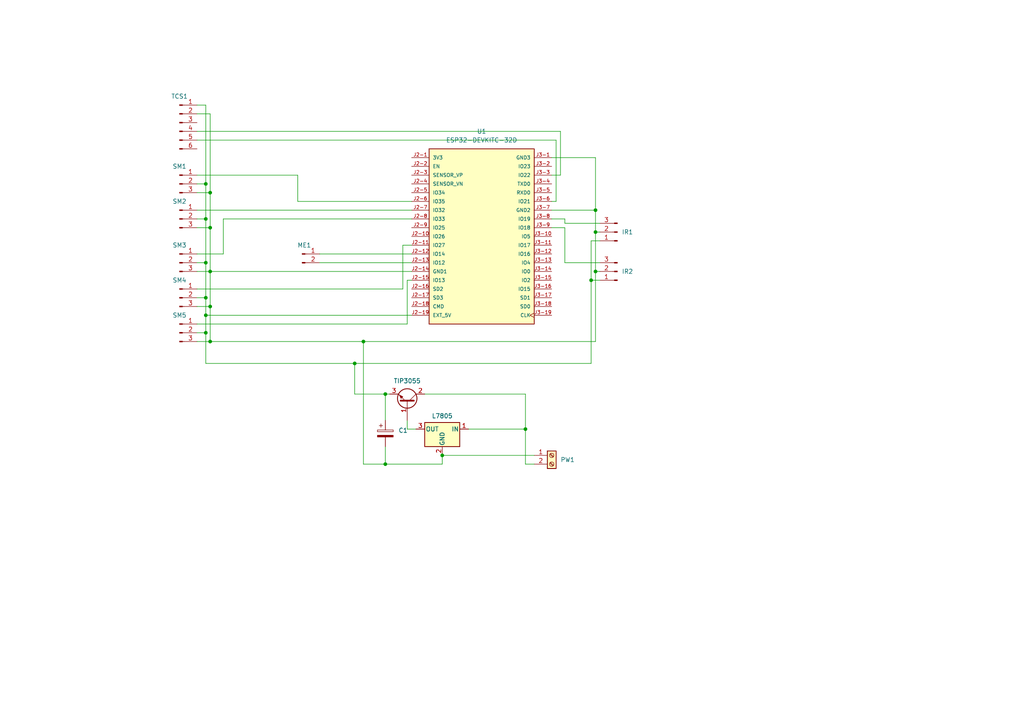
<source format=kicad_sch>
(kicad_sch (version 20230121) (generator eeschema)
  (paper "A4")
  (lib_symbols
    (symbol "Connector:Conn_01x02_Pin" (pin_names (offset 1.016) hide)
      (property "Reference" "J" (at 0 2.54 0))
      (property "Value" "Conn_01x02_Pin" (at 0 -5.08 0))
      (symbol "Conn_01x02_Pin_1_1"
        (polyline (pts (xy 1.27 -2.54) (xy 0.8636 -2.54)) (stroke (width 0.1524)))
        (polyline (pts (xy 1.27 0) (xy 0.8636 0)) (stroke (width 0.1524)))
        (rectangle (start 0.8636 -2.413) (end 0 -2.667) (stroke (width 0.1524)) (fill (type outline)))
        (rectangle (start 0.8636 0.127) (end 0 -0.127) (stroke (width 0.1524)) (fill (type outline)))
        (pin passive line (at 5.08 0 180) (length 3.81) (name "Pin_1") (number "1"))
        (pin passive line (at 5.08 -2.54 180) (length 3.81) (name "Pin_2") (number "2"))
      )
    )
    (symbol "Connector:Conn_01x03_Pin" (pin_names (offset 1.016) hide)
      (property "Reference" "J" (at 0 5.08 0))
      (property "Value" "Conn_01x03_Pin" (at 0 -5.08 0))
      (symbol "Conn_01x03_Pin_1_1"
        (polyline (pts (xy 1.27 -2.54) (xy 0.8636 -2.54)) (stroke (width 0.1524)))
        (polyline (pts (xy 1.27 0) (xy 0.8636 0)) (stroke (width 0.1524)))
        (polyline (pts (xy 1.27 2.54) (xy 0.8636 2.54)) (stroke (width 0.1524)))
        (rectangle (start 0.8636 -2.413) (end 0 -2.667) (stroke (width 0.1524)) (fill (type outline)))
        (rectangle (start 0.8636 0.127) (end 0 -0.127) (stroke (width 0.1524)) (fill (type outline)))
        (rectangle (start 0.8636 2.667) (end 0 2.413) (stroke (width 0.1524)) (fill (type outline)))
        (pin passive line (at 5.08 2.54 180) (length 3.81) (name "Pin_1") (number "1"))
        (pin passive line (at 5.08 0 180) (length 3.81) (name "Pin_2") (number "2"))
        (pin passive line (at 5.08 -2.54 180) (length 3.81) (name "Pin_3") (number "3"))
      )
    )
    (symbol "Connector:Conn_01x06_Pin" (pin_names (offset 1.016) hide)
      (property "Reference" "J" (at 0 7.62 0))
      (property "Value" "Conn_01x06_Pin" (at 0 -10.16 0))
      (symbol "Conn_01x06_Pin_1_1"
        (polyline (pts (xy 1.27 -7.62) (xy 0.8636 -7.62)) (stroke (width 0.1524)))
        (polyline (pts (xy 1.27 -5.08) (xy 0.8636 -5.08)) (stroke (width 0.1524)))
        (polyline (pts (xy 1.27 -2.54) (xy 0.8636 -2.54)) (stroke (width 0.1524)))
        (polyline (pts (xy 1.27 0) (xy 0.8636 0)) (stroke (width 0.1524)))
        (polyline (pts (xy 1.27 2.54) (xy 0.8636 2.54)) (stroke (width 0.1524)))
        (polyline (pts (xy 1.27 5.08) (xy 0.8636 5.08)) (stroke (width 0.1524)))
        (rectangle (start 0.8636 -7.493) (end 0 -7.747) (stroke (width 0.1524)) (fill (type outline)))
        (rectangle (start 0.8636 -4.953) (end 0 -5.207) (stroke (width 0.1524)) (fill (type outline)))
        (rectangle (start 0.8636 -2.413) (end 0 -2.667) (stroke (width 0.1524)) (fill (type outline)))
        (rectangle (start 0.8636 0.127) (end 0 -0.127) (stroke (width 0.1524)) (fill (type outline)))
        (rectangle (start 0.8636 2.667) (end 0 2.413) (stroke (width 0.1524)) (fill (type outline)))
        (rectangle (start 0.8636 5.207) (end 0 4.953) (stroke (width 0.1524)) (fill (type outline)))
        (pin passive line (at 5.08 5.08 180) (length 3.81) (name "Pin_1") (number "1"))
        (pin passive line (at 5.08 2.54 180) (length 3.81) (name "Pin_2") (number "2"))
        (pin passive line (at 5.08 0 180) (length 3.81) (name "Pin_3") (number "3"))
        (pin passive line (at 5.08 -2.54 180) (length 3.81) (name "Pin_4") (number "4"))
        (pin passive line (at 5.08 -5.08 180) (length 3.81) (name "Pin_5") (number "5"))
        (pin passive line (at 5.08 -7.62 180) (length 3.81) (name "Pin_6") (number "6"))
      )
    )
    (symbol "Connector:Screw_Terminal_01x02" (pin_names (offset 1.016) hide)
      (property "Reference" "J" (at 0 2.54 0))
      (property "Value" "Screw_Terminal_01x02" (at 0 -5.08 0))
      (symbol "Screw_Terminal_01x02_1_1"
        (rectangle (start -1.27 1.27) (end 1.27 -3.81) (stroke (width 0.254)) (fill (type background)))
        (circle (center 0 -2.54) (radius 0.635) (stroke (width 0.1524)))
        (polyline (pts (xy -0.5334 -2.2098) (xy 0.3302 -3.048)) (stroke (width 0.1524)))
        (polyline (pts (xy -0.5334 0.3302) (xy 0.3302 -0.508)) (stroke (width 0.1524)))
        (polyline (pts (xy -0.3556 -2.032) (xy 0.508 -2.8702)) (stroke (width 0.1524)))
        (polyline (pts (xy -0.3556 0.508) (xy 0.508 -0.3302)) (stroke (width 0.1524)))
        (circle (center 0 0) (radius 0.635) (stroke (width 0.1524)))
        (pin passive line (at -5.08 0 0) (length 3.81) (name "Pin_1") (number "1"))
        (pin passive line (at -5.08 -2.54 0) (length 3.81) (name "Pin_2") (number "2"))
      )
    )
    (symbol "Device:C_Polarized" (pin_numbers hide) (pin_names (offset 0.254))
      (property "Reference" "C" (at 0.635 2.54 0))
      (property "Value" "C_Polarized" (at 0.635 -2.54 0))
      (symbol "C_Polarized_0_1"
        (rectangle (start -2.286 0.508) (end 2.286 1.016))
        (polyline (pts (xy -1.778 2.286) (xy -0.762 2.286)))
        (polyline (pts (xy -1.27 2.794) (xy -1.27 1.778)))
        (rectangle (start 2.286 -0.508) (end -2.286 -1.016) (fill (type outline)))
      )
      (symbol "C_Polarized_1_1"
        (pin passive line (at 0 3.81 270) (length 2.794) (name "~") (number "1"))
        (pin passive line (at 0 -3.81 90) (length 2.794) (name "~") (number "2"))
      )
    )
    (symbol "ESP32-DEVKITC-32D:ESP32-DEVKITC-32D" (pin_names (offset 1.016))
      (property "Reference" "U" (at -15.2572 26.0643 0))
      (property "Value" "ESP32-DEVKITC-32D" (at -15.2563 -27.9698 0))
      (symbol "ESP32-DEVKITC-32D_0_0"
        (rectangle (start -15.24 -25.4) (end 15.24 25.4) (stroke (width 0.254)) (fill (type background)))
        (pin power_in line (at -20.32 22.86 0) (length 5.08) (name "3V3") (number "J2-1"))
        (pin bidirectional line (at -20.32 0 0) (length 5.08) (name "IO26") (number "J2-10"))
        (pin bidirectional line (at -20.32 -2.54 0) (length 5.08) (name "IO27") (number "J2-11"))
        (pin bidirectional line (at -20.32 -5.08 0) (length 5.08) (name "IO14") (number "J2-12"))
        (pin bidirectional line (at -20.32 -7.62 0) (length 5.08) (name "IO12") (number "J2-13"))
        (pin power_in line (at -20.32 -10.16 0) (length 5.08) (name "GND1") (number "J2-14"))
        (pin bidirectional line (at -20.32 -12.7 0) (length 5.08) (name "IO13") (number "J2-15"))
        (pin bidirectional line (at -20.32 -15.24 0) (length 5.08) (name "SD2") (number "J2-16"))
        (pin bidirectional line (at -20.32 -17.78 0) (length 5.08) (name "SD3") (number "J2-17"))
        (pin bidirectional line (at -20.32 -20.32 0) (length 5.08) (name "CMD") (number "J2-18"))
        (pin power_in line (at -20.32 -22.86 0) (length 5.08) (name "EXT_5V") (number "J2-19"))
        (pin input line (at -20.32 20.32 0) (length 5.08) (name "EN") (number "J2-2"))
        (pin input line (at -20.32 17.78 0) (length 5.08) (name "SENSOR_VP") (number "J2-3"))
        (pin input line (at -20.32 15.24 0) (length 5.08) (name "SENSOR_VN") (number "J2-4"))
        (pin bidirectional line (at -20.32 12.7 0) (length 5.08) (name "IO34") (number "J2-5"))
        (pin bidirectional line (at -20.32 10.16 0) (length 5.08) (name "IO35") (number "J2-6"))
        (pin bidirectional line (at -20.32 7.62 0) (length 5.08) (name "IO32") (number "J2-7"))
        (pin bidirectional line (at -20.32 5.08 0) (length 5.08) (name "IO33") (number "J2-8"))
        (pin bidirectional line (at -20.32 2.54 0) (length 5.08) (name "IO25") (number "J2-9"))
        (pin power_in line (at 20.32 22.86 180) (length 5.08) (name "GND3") (number "J3-1"))
        (pin bidirectional line (at 20.32 0 180) (length 5.08) (name "IO5") (number "J3-10"))
        (pin bidirectional line (at 20.32 -2.54 180) (length 5.08) (name "IO17") (number "J3-11"))
        (pin bidirectional line (at 20.32 -5.08 180) (length 5.08) (name "IO16") (number "J3-12"))
        (pin bidirectional line (at 20.32 -7.62 180) (length 5.08) (name "IO4") (number "J3-13"))
        (pin bidirectional line (at 20.32 -10.16 180) (length 5.08) (name "IO0") (number "J3-14"))
        (pin bidirectional line (at 20.32 -12.7 180) (length 5.08) (name "IO2") (number "J3-15"))
        (pin bidirectional line (at 20.32 -15.24 180) (length 5.08) (name "IO15") (number "J3-16"))
        (pin bidirectional line (at 20.32 -17.78 180) (length 5.08) (name "SD1") (number "J3-17"))
        (pin bidirectional line (at 20.32 -20.32 180) (length 5.08) (name "SD0") (number "J3-18"))
        (pin input clock (at 20.32 -22.86 180) (length 5.08) (name "CLK") (number "J3-19"))
        (pin bidirectional line (at 20.32 20.32 180) (length 5.08) (name "IO23") (number "J3-2"))
        (pin bidirectional line (at 20.32 17.78 180) (length 5.08) (name "IO22") (number "J3-3"))
        (pin output line (at 20.32 15.24 180) (length 5.08) (name "TXD0") (number "J3-4"))
        (pin input line (at 20.32 12.7 180) (length 5.08) (name "RXD0") (number "J3-5"))
        (pin bidirectional line (at 20.32 10.16 180) (length 5.08) (name "IO21") (number "J3-6"))
        (pin power_in line (at 20.32 7.62 180) (length 5.08) (name "GND2") (number "J3-7"))
        (pin bidirectional line (at 20.32 5.08 180) (length 5.08) (name "IO19") (number "J3-8"))
        (pin bidirectional line (at 20.32 2.54 180) (length 5.08) (name "IO18") (number "J3-9"))
      )
    )
    (symbol "Regulator_Linear:L7805" (pin_names (offset 0.254))
      (property "Reference" "U" (at -3.81 3.175 0))
      (property "Value" "L7805" (at 0 3.175 0))
      (symbol "L7805_0_1"
        (rectangle (start -5.08 1.905) (end 5.08 -5.08) (stroke (width 0.254)) (fill (type background)))
      )
      (symbol "L7805_1_1"
        (pin power_in line (at -7.62 0 0) (length 2.54) (name "IN") (number "1"))
        (pin power_in line (at 0 -7.62 90) (length 2.54) (name "GND") (number "2"))
        (pin power_out line (at 7.62 0 180) (length 2.54) (name "OUT") (number "3"))
      )
    )
    (symbol "Transistor_BJT:TIP3055G" (pin_names (offset 0) hide)
      (property "Reference" "Q" (at 5.08 1.905 0))
      (property "Value" "TIP3055G" (at 5.08 0 0))
      (symbol "TIP3055G_0_1"
        (polyline (pts (xy 0.635 0.635) (xy 2.54 2.54)))
        (polyline (pts (xy 0.635 -0.635) (xy 2.54 -2.54) (xy 2.54 -2.54)))
        (polyline (pts (xy 0.635 1.905) (xy 0.635 -1.905) (xy 0.635 -1.905)) (stroke (width 0.508)))
        (polyline (pts (xy 1.27 -1.778) (xy 1.778 -1.27) (xy 2.286 -2.286) (xy 1.27 -1.778) (xy 1.27 -1.778)) (fill (type outline)))
        (circle (center 1.27 0) (radius 2.8194) (stroke (width 0.254)))
      )
      (symbol "TIP3055G_1_1"
        (pin input line (at -5.08 0 0) (length 5.715) (name "B") (number "1"))
        (pin passive line (at 2.54 5.08 270) (length 2.54) (name "C") (number "2"))
        (pin passive line (at 2.54 -5.08 90) (length 2.54) (name "E") (number "3"))
      )
    )
  )
  (junction (at 60.96 66.04))
  (junction (at 59.69 53.34))
  (junction (at 105.41 99.06))
  (junction (at 59.69 96.52))
  (junction (at 111.76 134.62))
  (junction (at 152.4 124.46))
  (junction (at 60.96 99.06))
  (junction (at 172.72 67.31))
  (junction (at 59.69 63.5))
  (junction (at 60.96 88.9))
  (junction (at 172.72 60.96))
  (junction (at 59.69 91.44))
  (junction (at 60.96 78.74))
  (junction (at 102.87 105.41))
  (junction (at 128.27 132.08))
  (junction (at 59.69 76.2))
  (junction (at 172.72 78.74))
  (junction (at 111.76 114.3))
  (junction (at 59.69 86.36))
  (junction (at 60.96 55.88))
  (junction (at 171.45 81.28))
  (wire (pts (xy 102.87 114.3) (xy 102.87 105.41)))
  (wire (pts (xy 160.02 60.96) (xy 172.72 60.96)))
  (wire (pts (xy 57.15 40.64) (xy 161.29 40.64)))
  (wire (pts (xy 59.69 105.41) (xy 102.87 105.41)))
  (wire (pts (xy 123.19 114.3) (xy 152.4 114.3)))
  (wire (pts (xy 116.84 83.82) (xy 116.84 71.12)))
  (wire (pts (xy 60.96 33.02) (xy 60.96 55.88)))
  (wire (pts (xy 57.15 33.02) (xy 60.96 33.02)))
  (wire (pts (xy 171.45 69.85) (xy 173.99 69.85)))
  (wire (pts (xy 152.4 124.46) (xy 152.4 134.62)))
  (wire (pts (xy 128.27 132.08) (xy 154.94 132.08)))
  (wire (pts (xy 111.76 134.62) (xy 128.27 134.62)))
  (wire (pts (xy 60.96 66.04) (xy 60.96 78.74)))
  (wire (pts (xy 172.72 78.74) (xy 172.72 67.31)))
  (wire (pts (xy 64.77 73.66) (xy 57.15 73.66)))
  (wire (pts (xy 57.15 88.9) (xy 60.96 88.9)))
  (wire (pts (xy 59.69 63.5) (xy 59.69 76.2)))
  (wire (pts (xy 119.38 78.74) (xy 60.96 78.74)))
  (wire (pts (xy 57.15 53.34) (xy 59.69 53.34)))
  (wire (pts (xy 116.84 71.12) (xy 119.38 71.12)))
  (wire (pts (xy 172.72 60.96) (xy 172.72 45.72)))
  (wire (pts (xy 57.15 78.74) (xy 60.96 78.74)))
  (wire (pts (xy 59.69 53.34) (xy 59.69 63.5)))
  (wire (pts (xy 172.72 45.72) (xy 160.02 45.72)))
  (wire (pts (xy 172.72 99.06) (xy 172.72 78.74)))
  (wire (pts (xy 105.41 134.62) (xy 105.41 99.06)))
  (wire (pts (xy 160.02 50.8) (xy 162.56 50.8)))
  (wire (pts (xy 60.96 55.88) (xy 57.15 55.88)))
  (wire (pts (xy 92.71 76.2) (xy 119.38 76.2)))
  (wire (pts (xy 60.96 99.06) (xy 105.41 99.06)))
  (wire (pts (xy 57.15 93.98) (xy 118.11 93.98)))
  (wire (pts (xy 119.38 63.5) (xy 64.77 63.5)))
  (wire (pts (xy 59.69 96.52) (xy 57.15 96.52)))
  (wire (pts (xy 64.77 63.5) (xy 64.77 73.66)))
  (wire (pts (xy 92.71 73.66) (xy 119.38 73.66)))
  (wire (pts (xy 128.27 132.08) (xy 128.27 134.62)))
  (wire (pts (xy 111.76 114.3) (xy 111.76 121.92)))
  (wire (pts (xy 59.69 63.5) (xy 57.15 63.5)))
  (wire (pts (xy 161.29 40.64) (xy 161.29 58.42)))
  (wire (pts (xy 60.96 88.9) (xy 60.96 78.74)))
  (wire (pts (xy 171.45 81.28) (xy 173.99 81.28)))
  (wire (pts (xy 152.4 114.3) (xy 152.4 124.46)))
  (wire (pts (xy 57.15 30.48) (xy 59.69 30.48)))
  (wire (pts (xy 173.99 64.77) (xy 163.83 64.77)))
  (wire (pts (xy 163.83 66.04) (xy 163.83 76.2)))
  (wire (pts (xy 171.45 81.28) (xy 171.45 69.85)))
  (wire (pts (xy 57.15 86.36) (xy 59.69 86.36)))
  (wire (pts (xy 111.76 114.3) (xy 113.03 114.3)))
  (wire (pts (xy 135.89 124.46) (xy 152.4 124.46)))
  (wire (pts (xy 57.15 66.04) (xy 60.96 66.04)))
  (wire (pts (xy 59.69 86.36) (xy 59.69 91.44)))
  (wire (pts (xy 160.02 66.04) (xy 163.83 66.04)))
  (wire (pts (xy 57.15 60.96) (xy 119.38 60.96)))
  (wire (pts (xy 162.56 38.1) (xy 57.15 38.1)))
  (wire (pts (xy 163.83 76.2) (xy 173.99 76.2)))
  (wire (pts (xy 60.96 66.04) (xy 60.96 55.88)))
  (wire (pts (xy 86.36 58.42) (xy 119.38 58.42)))
  (wire (pts (xy 59.69 30.48) (xy 59.69 53.34)))
  (wire (pts (xy 172.72 78.74) (xy 173.99 78.74)))
  (wire (pts (xy 171.45 81.28) (xy 171.45 105.41)))
  (wire (pts (xy 111.76 114.3) (xy 102.87 114.3)))
  (wire (pts (xy 59.69 91.44) (xy 59.69 96.52)))
  (wire (pts (xy 172.72 60.96) (xy 172.72 67.31)))
  (wire (pts (xy 118.11 81.28) (xy 119.38 81.28)))
  (wire (pts (xy 118.11 93.98) (xy 118.11 81.28)))
  (wire (pts (xy 160.02 58.42) (xy 161.29 58.42)))
  (wire (pts (xy 105.41 99.06) (xy 172.72 99.06)))
  (wire (pts (xy 60.96 99.06) (xy 60.96 88.9)))
  (wire (pts (xy 57.15 83.82) (xy 116.84 83.82)))
  (wire (pts (xy 102.87 105.41) (xy 171.45 105.41)))
  (wire (pts (xy 59.69 76.2) (xy 59.69 86.36)))
  (wire (pts (xy 111.76 134.62) (xy 105.41 134.62)))
  (wire (pts (xy 57.15 50.8) (xy 86.36 50.8)))
  (wire (pts (xy 57.15 99.06) (xy 60.96 99.06)))
  (wire (pts (xy 172.72 67.31) (xy 173.99 67.31)))
  (wire (pts (xy 118.11 124.46) (xy 118.11 121.92)))
  (wire (pts (xy 163.83 64.77) (xy 163.83 63.5)))
  (wire (pts (xy 111.76 129.54) (xy 111.76 134.62)))
  (wire (pts (xy 162.56 50.8) (xy 162.56 38.1)))
  (wire (pts (xy 163.83 63.5) (xy 160.02 63.5)))
  (wire (pts (xy 59.69 96.52) (xy 59.69 105.41)))
  (wire (pts (xy 86.36 50.8) (xy 86.36 58.42)))
  (wire (pts (xy 57.15 76.2) (xy 59.69 76.2)))
  (wire (pts (xy 152.4 134.62) (xy 154.94 134.62)))
  (wire (pts (xy 59.69 91.44) (xy 119.38 91.44)))
  (wire (pts (xy 118.11 124.46) (xy 120.65 124.46)))
  (symbol (lib_id "Connector:Conn_01x03_Pin") (at 52.07 96.52 0) (unit 1)
    (property "Reference" "SM5" (at 52.07 91.44 0))
    (property "Value" "Conn_01x03_Pin" (effects hide))
    (property "Footprint" "Connector_PinHeader_2.54mm:PinHeader_1x03_P2.54mm_Vertical" (effects hide))
  )
  (symbol (lib_id "Connector:Conn_01x02_Pin") (at 87.63 73.66 0) (unit 1)
    (property "Reference" "ME1" (at 88.265 71.12 0))
    (property "Value" "Conn_01x02_Pin" (effects hide))
    (property "Footprint" "Connector_PinHeader_2.54mm:PinHeader_1x02_P2.54mm_Vertical" (effects hide))
  )
  (symbol (lib_id "Connector:Conn_01x03_Pin") (at 179.07 78.74 180) (unit 1)
    (property "Reference" "IR2" (at 180.34 78.74 0) (effects (justify right)))
    (property "Value" "Conn_01x03_Pin" (effects hide))
    (property "Footprint" "Connector_PinHeader_2.54mm:PinHeader_1x03_P2.54mm_Vertical" (effects hide))
  )
  (symbol (lib_id "Connector:Conn_01x06_Pin") (at 52.07 35.56 0) (unit 1)
    (property "Reference" "TCS1" (at 52.07 27.94 0))
    (property "Value" "Conn_01x06_Pin" (effects hide))
    (property "Footprint" "Connector_PinHeader_2.54mm:PinHeader_1x06_P2.54mm_Vertical" (effects hide))
  )
  (symbol (lib_id "Transistor_BJT:TIP3055G") (at 118.11 116.84 270) (mirror x) (unit 1)
    (property "Reference" "TIP3055" (at 118.11 110.49 90))
    (property "Value" "TIP3055G" (effects hide))
    (property "Footprint" "Package_TO_SOT_THT:TO-247-3_Vertical" (effects hide))
    (property "Datasheet" "http://www.onsemi.com/pub_link/Collateral/TIP3055-D.PDF" (effects hide))
  )
  (symbol (lib_id "Connector:Conn_01x03_Pin") (at 52.07 76.2 0) (unit 1)
    (property "Reference" "SM3" (at 52.07 71.12 0))
    (property "Value" "Conn_01x03_Pin" (effects hide))
    (property "Footprint" "Connector_PinHeader_2.54mm:PinHeader_1x03_P2.54mm_Vertical" (effects hide))
  )
  (symbol (lib_id "Connector:Conn_01x03_Pin") (at 179.07 67.31 180) (unit 1)
    (property "Reference" "IR1" (at 180.34 67.31 0) (effects (justify right)))
    (property "Value" "Conn_01x03_Pin" (effects hide))
    (property "Footprint" "Connector_PinHeader_2.54mm:PinHeader_1x03_P2.54mm_Vertical" (effects hide))
  )
  (symbol (lib_id "Connector:Screw_Terminal_01x02") (at 160.02 132.08 0) (unit 1)
    (property "Reference" "PW1" (at 162.56 133.35 0) (effects (justify left)))
    (property "Value" "Screw_Terminal_01x02" (effects hide))
    (property "Footprint" "TerminalBlock:TerminalBlock_bornier-2_P5.08mm" (effects hide))
  )
  (symbol (lib_id "Device:C_Polarized") (at 111.76 125.73 0) (unit 1)
    (property "Reference" "C1" (at 115.57 124.841 0) (effects (justify left)))
    (property "Value" "C_Polarized" (effects hide))
    (property "Footprint" "Capacitor_THT:CP_Radial_D5.0mm_P2.50mm" (effects hide))
  )
  (symbol (lib_id "Connector:Conn_01x03_Pin") (at 52.07 53.34 0) (unit 1)
    (property "Reference" "SM1" (at 52.07 48.26 0))
    (property "Value" "Conn_01x03_Pin" (effects hide))
    (property "Footprint" "Connector_PinHeader_2.54mm:PinHeader_1x03_P2.54mm_Vertical" (effects hide))
  )
  (symbol (lib_id "Connector:Conn_01x03_Pin") (at 52.07 63.5 0) (unit 1)
    (property "Reference" "SM2" (at 52.07 58.42 0))
    (property "Value" "Conn_01x03_Pin" (effects hide))
    (property "Footprint" "Connector_PinHeader_2.54mm:PinHeader_1x03_P2.54mm_Vertical" (effects hide))
  )
  (symbol (lib_id "Regulator_Linear:L7805") (at 128.27 124.46 0) (mirror y) (unit 1)
    (property "Reference" "L7805" (at 128.27 120.65 0))
    (property "Value" "L7805" (effects hide))
    (property "Footprint" "Package_TO_SOT_THT:TO-220-3_Vertical" (effects hide))
    (property "Datasheet" "http://www.st.com/content/ccc/resource/technical/document/datasheet/41/4f/b3/b0/12/d4/47/88/CD00000444.pdf/files/CD00000444.pdf/jcr:content/translations/en.CD00000444.pdf" (effects hide))
  )
  (symbol (lib_id "Connector:Conn_01x03_Pin") (at 52.07 86.36 0) (unit 1)
    (property "Reference" "SM4" (at 52.07 81.28 0))
    (property "Value" "Conn_01x03_Pin" (effects hide))
    (property "Footprint" "Connector_PinHeader_2.54mm:PinHeader_1x03_P2.54mm_Vertical" (effects hide))
  )
  (symbol (lib_id "ESP32-DEVKITC-32D:ESP32-DEVKITC-32D") (at 139.7 68.58 0) (unit 1)
    (property "Reference" "U1" (at 139.7 38.1 0))
    (property "Value" "ESP32-DEVKITC-32D" (at 139.7 40.64 0))
    (property "Footprint" "Module1:ESP32-DEVKITC-32D" (effects hide))
    (property "MF" "Espressif Systems" (effects hide))
    (property "MAXIMUM_PACKAGE_HEIGHT" "N/A" (effects hide))
    (property "Package" "None" (effects hide))
    (property "Price" "None" (effects hide))
    (property "Check_prices" "https://www.snapeda.com/parts/ESP32-DEVKITC-32D/Espressif+Systems/view-part/?ref=eda" (effects hide))
    (property "STANDARD" "Manufacturer Recommendations" (effects hide))
    (property "PARTREV" "V4" (effects hide))
    (property "SnapEDA_Link" "https://www.snapeda.com/parts/ESP32-DEVKITC-32D/Espressif+Systems/view-part/?ref=snap" (effects hide))
    (property "MP" "ESP32-DEVKITC-32D" (effects hide))
    (property "Purchase-URL" "https://www.snapeda.com/api/url_track_click_mouser/?unipart_id=2777395&manufacturer=Espressif Systems&part_name=ESP32-DEVKITC-32D&search_term=None" (effects hide))
    (property "Description" "\nWiFi Development Tools (802.11) ESP32 General Development Kit, ESP32-WROOM-32D on the board\n" (effects hide))
    (property "MANUFACTURER" "Espressif Systems" (effects hide))
    (property "Availability" "In Stock" (effects hide))
    (property "SNAPEDA_PN" "ESP32-DEVKITC-32D" (effects hide))
  )
)
</source>
